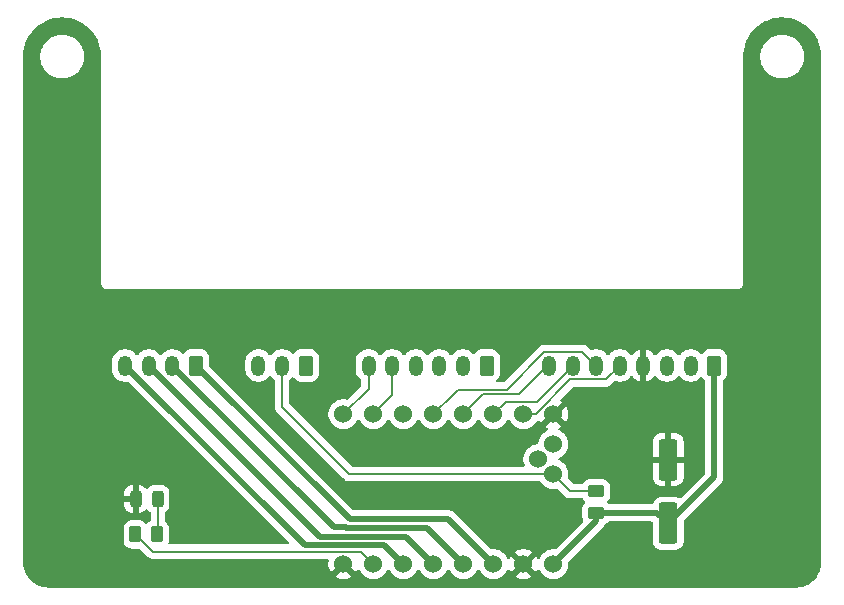
<source format=gbr>
%TF.GenerationSoftware,KiCad,Pcbnew,9.0.7*%
%TF.CreationDate,2026-02-21T16:48:54+00:00*%
%TF.ProjectId,z-axis-addon,7a2d6178-6973-42d6-9164-646f6e2e6b69,A*%
%TF.SameCoordinates,Original*%
%TF.FileFunction,Copper,L1,Top*%
%TF.FilePolarity,Positive*%
%FSLAX46Y46*%
G04 Gerber Fmt 4.6, Leading zero omitted, Abs format (unit mm)*
G04 Created by KiCad (PCBNEW 9.0.7) date 2026-02-21 16:48:54*
%MOMM*%
%LPD*%
G01*
G04 APERTURE LIST*
G04 Aperture macros list*
%AMRoundRect*
0 Rectangle with rounded corners*
0 $1 Rounding radius*
0 $2 $3 $4 $5 $6 $7 $8 $9 X,Y pos of 4 corners*
0 Add a 4 corners polygon primitive as box body*
4,1,4,$2,$3,$4,$5,$6,$7,$8,$9,$2,$3,0*
0 Add four circle primitives for the rounded corners*
1,1,$1+$1,$2,$3*
1,1,$1+$1,$4,$5*
1,1,$1+$1,$6,$7*
1,1,$1+$1,$8,$9*
0 Add four rect primitives between the rounded corners*
20,1,$1+$1,$2,$3,$4,$5,0*
20,1,$1+$1,$4,$5,$6,$7,0*
20,1,$1+$1,$6,$7,$8,$9,0*
20,1,$1+$1,$8,$9,$2,$3,0*%
G04 Aperture macros list end*
%TA.AperFunction,SMDPad,CuDef*%
%ADD10RoundRect,0.250000X-0.262500X-0.450000X0.262500X-0.450000X0.262500X0.450000X-0.262500X0.450000X0*%
%TD*%
%TA.AperFunction,SMDPad,CuDef*%
%ADD11RoundRect,0.243750X-0.243750X-0.456250X0.243750X-0.456250X0.243750X0.456250X-0.243750X0.456250X0*%
%TD*%
%TA.AperFunction,ComponentPad*%
%ADD12RoundRect,0.250000X0.350000X0.625000X-0.350000X0.625000X-0.350000X-0.625000X0.350000X-0.625000X0*%
%TD*%
%TA.AperFunction,ComponentPad*%
%ADD13O,1.200000X1.750000*%
%TD*%
%TA.AperFunction,SMDPad,CuDef*%
%ADD14RoundRect,0.250000X0.550000X-1.500000X0.550000X1.500000X-0.550000X1.500000X-0.550000X-1.500000X0*%
%TD*%
%TA.AperFunction,ComponentPad*%
%ADD15C,1.524000*%
%TD*%
%TA.AperFunction,SMDPad,CuDef*%
%ADD16RoundRect,0.250000X0.450000X-0.262500X0.450000X0.262500X-0.450000X0.262500X-0.450000X-0.262500X0*%
%TD*%
%TA.AperFunction,Conductor*%
%ADD17C,0.200000*%
%TD*%
%TA.AperFunction,Conductor*%
%ADD18C,0.500000*%
%TD*%
G04 APERTURE END LIST*
D10*
%TO.P,R2,1*%
%TO.N,/3v3*%
X162672000Y-133932000D03*
%TO.P,R2,2*%
%TO.N,Net-(D1-A)*%
X164497000Y-133932000D03*
%TD*%
D11*
%TO.P,D1,1,K*%
%TO.N,/GND*%
X162687000Y-130937000D03*
%TO.P,D1,2,A*%
%TO.N,Net-(D1-A)*%
X164562000Y-130937000D03*
%TD*%
D12*
%TO.P,J2,1,Pin_1*%
%TO.N,/Vin*%
X211676000Y-119634000D03*
D13*
%TO.P,J2,2,Pin_2*%
%TO.N,/3v3*%
X209676000Y-119634000D03*
%TO.P,J2,3,Pin_3*%
%TO.N,unconnected-(J2-Pin_3-Pad3)*%
X207676000Y-119634000D03*
%TO.P,J2,4,Pin_4*%
%TO.N,/GND*%
X205676000Y-119634000D03*
%TO.P,J2,5,Pin_5*%
%TO.N,/MOSI*%
X203676000Y-119634000D03*
%TO.P,J2,6,Pin_6*%
%TO.N,/MISO*%
X201676000Y-119634000D03*
%TO.P,J2,7,Pin_7*%
%TO.N,/SCK*%
X199676000Y-119634000D03*
%TO.P,J2,8,Pin_8*%
%TO.N,/CS*%
X197676000Y-119634000D03*
%TD*%
D14*
%TO.P,C1,2*%
%TO.N,/GND*%
X207772000Y-127602000D03*
%TO.P,C1,1*%
%TO.N,/Vin*%
X207772000Y-133002000D03*
%TD*%
D15*
%TO.P,U1,19*%
%TO.N,N/C*%
X196780400Y-127556600D03*
%TO.P,U1,18,DIAG1*%
%TO.N,/STALLGUARD*%
X198050400Y-128826600D03*
%TO.P,U1,17,DIAG0*%
%TO.N,unconnected-(U1-DIAG0-Pad17)*%
X198050400Y-126286600D03*
%TO.P,U1,16,VMOT*%
%TO.N,/Vin*%
X198050400Y-136446600D03*
%TO.P,U1,15,GND*%
%TO.N,/GND*%
X195510400Y-136446600D03*
%TO.P,U1,14,2B*%
%TO.N,/2B*%
X192970400Y-136446600D03*
%TO.P,U1,13,2A*%
%TO.N,/2A*%
X190430400Y-136446600D03*
%TO.P,U1,12,1A*%
%TO.N,/1A*%
X187890400Y-136446600D03*
%TO.P,U1,11,1B*%
%TO.N,/1B*%
X185350400Y-136446600D03*
%TO.P,U1,10,VDD*%
%TO.N,/3v3*%
X182810400Y-136446600D03*
%TO.P,U1,9,GND*%
%TO.N,/GND*%
X180270400Y-136446600D03*
%TO.P,U1,8,DIR*%
%TO.N,/DIR*%
X180270400Y-123746600D03*
%TO.P,U1,7,STEP*%
%TO.N,/STEP*%
X182810400Y-123746600D03*
%TO.P,U1,6,DCO*%
%TO.N,unconnected-(U1-DCO-Pad6)*%
X185350400Y-123746600D03*
%TO.P,U1,5,SDO/CFG0*%
%TO.N,/MISO*%
X187890400Y-123746600D03*
%TO.P,U1,4,CS/CFG3*%
%TO.N,/CS*%
X190430400Y-123746600D03*
%TO.P,U1,3,SCK/CFG2*%
%TO.N,/SCK*%
X192970400Y-123746600D03*
%TO.P,U1,2,SDI/CFG1*%
%TO.N,/MOSI*%
X195510400Y-123746600D03*
%TO.P,U1,1,~{EN}*%
%TO.N,/GND*%
X198050400Y-123746600D03*
%TD*%
D12*
%TO.P,J3,1,Pin_1*%
%TO.N,unconnected-(J3-Pin_1-Pad1)*%
X177085000Y-119634000D03*
D13*
%TO.P,J3,2,Pin_2*%
%TO.N,/STALLGUARD*%
X175085000Y-119634000D03*
%TO.P,J3,3,Pin_3*%
%TO.N,unconnected-(J3-Pin_3-Pad3)*%
X173085000Y-119634000D03*
%TD*%
D12*
%TO.P,J4,1,Pin_1*%
%TO.N,/2B*%
X167798000Y-119634000D03*
D13*
%TO.P,J4,2,Pin_2*%
%TO.N,/2A*%
X165798000Y-119634000D03*
%TO.P,J4,3,Pin_3*%
%TO.N,/1A*%
X163798000Y-119634000D03*
%TO.P,J4,4,Pin_4*%
%TO.N,/1B*%
X161798000Y-119634000D03*
%TD*%
D16*
%TO.P,R1,1*%
%TO.N,/Vin*%
X201676000Y-132080000D03*
%TO.P,R1,2*%
%TO.N,/STALLGUARD*%
X201676000Y-130255000D03*
%TD*%
D12*
%TO.P,J1,1,Pin_1*%
%TO.N,unconnected-(J1-Pin_1-Pad1)*%
X192404000Y-119634000D03*
D13*
%TO.P,J1,2,Pin_2*%
%TO.N,unconnected-(J1-Pin_2-Pad2)*%
X190404000Y-119634000D03*
%TO.P,J1,3,Pin_3*%
%TO.N,unconnected-(J1-Pin_3-Pad3)*%
X188404000Y-119634000D03*
%TO.P,J1,4,Pin_4*%
%TO.N,unconnected-(J1-Pin_4-Pad4)*%
X186404000Y-119634000D03*
%TO.P,J1,5,Pin_5*%
%TO.N,/STEP*%
X184404000Y-119634000D03*
%TO.P,J1,6,Pin_6*%
%TO.N,/DIR*%
X182404000Y-119634000D03*
%TD*%
D17*
%TO.N,/CS*%
X192111000Y-122066000D02*
X190430400Y-123746600D01*
X195110685Y-122066000D02*
X192111000Y-122066000D01*
X197542685Y-119634000D02*
X195110685Y-122066000D01*
X197676000Y-119634000D02*
X197542685Y-119634000D01*
%TO.N,/SCK*%
X196626400Y-122683600D02*
X199676000Y-119634000D01*
X194033400Y-122683600D02*
X196626400Y-122683600D01*
X192970400Y-123746600D02*
X194033400Y-122683600D01*
%TO.N,/MISO*%
X194094794Y-121666000D02*
X197302794Y-118458000D01*
X189971000Y-121666000D02*
X194094794Y-121666000D01*
X189629100Y-122007900D02*
X189971000Y-121666000D01*
X197302794Y-118458000D02*
X200500000Y-118458000D01*
X187890400Y-123746600D02*
X189629100Y-122007900D01*
X200500000Y-118458000D02*
X201676000Y-119634000D01*
%TO.N,/MOSI*%
X199483690Y-120810000D02*
X202500000Y-120810000D01*
X196547090Y-123746600D02*
X199483690Y-120810000D01*
X195510400Y-123746600D02*
X196547090Y-123746600D01*
X202500000Y-120810000D02*
X203676000Y-119634000D01*
%TO.N,/STALLGUARD*%
X180769600Y-128826600D02*
X175085000Y-123142000D01*
X198050400Y-128826600D02*
X180769600Y-128826600D01*
X175085000Y-123142000D02*
X175085000Y-119634000D01*
%TO.N,/STEP*%
X184404000Y-122153000D02*
X182810400Y-123746600D01*
X184404000Y-119634000D02*
X184404000Y-122153000D01*
%TO.N,/DIR*%
X182404000Y-121613000D02*
X180270400Y-123746600D01*
X182404000Y-119634000D02*
X182404000Y-121613000D01*
D18*
%TO.N,/Vin*%
X211676000Y-129098000D02*
X207772000Y-133002000D01*
X211676000Y-119634000D02*
X211676000Y-129098000D01*
%TO.N,/2A*%
X165798000Y-119634000D02*
X179509600Y-133345600D01*
%TO.N,/2B*%
X180811100Y-132647100D02*
X167798000Y-119634000D01*
X189170900Y-132647100D02*
X180811100Y-132647100D01*
X192970400Y-136446600D02*
X189170900Y-132647100D01*
%TO.N,/2A*%
X180519651Y-133345600D02*
X179509600Y-133345600D01*
X180521150Y-133347100D02*
X180519651Y-133345600D01*
X187330900Y-133347100D02*
X180521150Y-133347100D01*
X190430400Y-136446600D02*
X187330900Y-133347100D01*
%TO.N,/1A*%
X178295600Y-134131600D02*
X163798000Y-119634000D01*
X185575400Y-134131600D02*
X178295600Y-134131600D01*
X187890400Y-136446600D02*
X185575400Y-134131600D01*
%TO.N,/1B*%
X176996600Y-134832600D02*
X161798000Y-119634000D01*
X183736400Y-134832600D02*
X176996600Y-134832600D01*
X185350400Y-136446600D02*
X183736400Y-134832600D01*
D17*
%TO.N,/STALLGUARD*%
X199478800Y-130255000D02*
X198050400Y-128826600D01*
X201676000Y-130255000D02*
X199478800Y-130255000D01*
%TO.N,/3v3*%
X164123600Y-135383600D02*
X181747400Y-135383600D01*
X162672000Y-133932000D02*
X164123600Y-135383600D01*
X181747400Y-135383600D02*
X182810400Y-136446600D01*
%TO.N,Net-(D1-A)*%
X164562000Y-133867000D02*
X164497000Y-133932000D01*
X164562000Y-130937000D02*
X164562000Y-133867000D01*
D18*
%TO.N,/Vin*%
X201676000Y-132821000D02*
X198050400Y-136446600D01*
X201676000Y-132080000D02*
X201676000Y-132821000D01*
X206850000Y-132080000D02*
X201676000Y-132080000D01*
X207772000Y-133002000D02*
X206850000Y-132080000D01*
%TD*%
%TA.AperFunction,Conductor*%
%TO.N,/GND*%
G36*
X205926000Y-120983115D02*
G01*
X205933584Y-120981914D01*
X206098255Y-120928408D01*
X206252524Y-120849804D01*
X206392602Y-120748032D01*
X206515036Y-120625598D01*
X206575371Y-120542552D01*
X206630700Y-120499886D01*
X206700313Y-120493905D01*
X206762109Y-120526510D01*
X206776008Y-120542550D01*
X206776318Y-120542976D01*
X206836586Y-120625928D01*
X206959072Y-120748414D01*
X207099212Y-120850232D01*
X207253555Y-120928873D01*
X207418299Y-120982402D01*
X207589389Y-121009500D01*
X207589390Y-121009500D01*
X207762610Y-121009500D01*
X207762611Y-121009500D01*
X207933701Y-120982402D01*
X208098445Y-120928873D01*
X208252788Y-120850232D01*
X208392928Y-120748414D01*
X208515414Y-120625928D01*
X208575682Y-120542975D01*
X208631012Y-120500311D01*
X208700626Y-120494332D01*
X208762421Y-120526938D01*
X208776315Y-120542973D01*
X208836586Y-120625928D01*
X208959072Y-120748414D01*
X209099212Y-120850232D01*
X209253555Y-120928873D01*
X209418299Y-120982402D01*
X209589389Y-121009500D01*
X209589390Y-121009500D01*
X209762610Y-121009500D01*
X209762611Y-121009500D01*
X209933701Y-120982402D01*
X210098445Y-120928873D01*
X210252788Y-120850232D01*
X210392928Y-120748414D01*
X210500472Y-120640869D01*
X210561791Y-120607387D01*
X210631483Y-120612371D01*
X210687417Y-120654242D01*
X210693688Y-120663456D01*
X210733285Y-120727652D01*
X210733288Y-120727656D01*
X210857344Y-120851712D01*
X210866591Y-120857416D01*
X210913318Y-120909360D01*
X210925500Y-120962957D01*
X210925500Y-128735770D01*
X210905815Y-128802809D01*
X210889181Y-128823451D01*
X208867832Y-130844799D01*
X208806509Y-130878284D01*
X208736817Y-130873300D01*
X208715055Y-130862657D01*
X208641340Y-130817189D01*
X208641335Y-130817187D01*
X208641334Y-130817186D01*
X208474797Y-130762001D01*
X208474795Y-130762000D01*
X208372010Y-130751500D01*
X207171998Y-130751500D01*
X207171981Y-130751501D01*
X207069203Y-130762000D01*
X207069200Y-130762001D01*
X206902668Y-130817185D01*
X206902663Y-130817187D01*
X206753342Y-130909289D01*
X206629289Y-131033342D01*
X206537187Y-131182663D01*
X206537186Y-131182666D01*
X206516695Y-131244505D01*
X206476922Y-131301949D01*
X206412406Y-131328772D01*
X206398989Y-131329500D01*
X202750730Y-131329500D01*
X202721289Y-131320855D01*
X202691303Y-131314332D01*
X202686287Y-131310577D01*
X202683691Y-131309815D01*
X202663049Y-131293181D01*
X202625049Y-131255181D01*
X202591564Y-131193858D01*
X202596548Y-131124166D01*
X202625049Y-131079819D01*
X202671526Y-131033342D01*
X202718712Y-130986156D01*
X202810814Y-130836834D01*
X202865999Y-130670297D01*
X202876500Y-130567509D01*
X202876499Y-129942492D01*
X202865999Y-129839703D01*
X202810814Y-129673166D01*
X202718712Y-129523844D01*
X202594656Y-129399788D01*
X202460290Y-129316911D01*
X202445336Y-129307687D01*
X202445331Y-129307685D01*
X202443626Y-129307120D01*
X202278797Y-129252501D01*
X202278795Y-129252500D01*
X202176010Y-129242000D01*
X201175998Y-129242000D01*
X201175980Y-129242001D01*
X201073203Y-129252500D01*
X201073200Y-129252501D01*
X200906668Y-129307685D01*
X200906663Y-129307687D01*
X200757342Y-129399789D01*
X200633289Y-129523842D01*
X200633288Y-129523844D01*
X200600859Y-129576421D01*
X200589031Y-129595597D01*
X200537083Y-129642321D01*
X200483492Y-129654500D01*
X199778898Y-129654500D01*
X199711859Y-129634815D01*
X199691217Y-129618181D01*
X199519821Y-129446785D01*
X199314161Y-129241126D01*
X199280677Y-129179804D01*
X199280976Y-129151986D01*
X206472001Y-129151986D01*
X206482494Y-129254697D01*
X206537641Y-129421119D01*
X206537643Y-129421124D01*
X206629684Y-129570345D01*
X206753654Y-129694315D01*
X206902875Y-129786356D01*
X206902880Y-129786358D01*
X207069302Y-129841505D01*
X207069309Y-129841506D01*
X207172019Y-129851999D01*
X207521999Y-129851999D01*
X208022000Y-129851999D01*
X208371972Y-129851999D01*
X208371986Y-129851998D01*
X208474697Y-129841505D01*
X208641119Y-129786358D01*
X208641124Y-129786356D01*
X208790345Y-129694315D01*
X208914315Y-129570345D01*
X209006356Y-129421124D01*
X209006358Y-129421119D01*
X209061505Y-129254697D01*
X209061506Y-129254690D01*
X209071999Y-129151986D01*
X209072000Y-129151973D01*
X209072000Y-127852000D01*
X208022000Y-127852000D01*
X208022000Y-129851999D01*
X207521999Y-129851999D01*
X207522000Y-129851998D01*
X207522000Y-127852000D01*
X206472001Y-127852000D01*
X206472001Y-129151986D01*
X199280976Y-129151986D01*
X199281243Y-129127078D01*
X199281051Y-129127048D01*
X199281257Y-129125743D01*
X199281271Y-129124491D01*
X199281809Y-129122246D01*
X199281813Y-129122236D01*
X199312900Y-128925961D01*
X199312900Y-128727239D01*
X199281813Y-128530964D01*
X199220405Y-128341968D01*
X199220405Y-128341967D01*
X199157990Y-128219472D01*
X199130187Y-128164906D01*
X199013381Y-128004136D01*
X198872864Y-127863619D01*
X198712094Y-127746813D01*
X198555618Y-127667084D01*
X198504823Y-127619110D01*
X198488028Y-127551289D01*
X198510565Y-127485154D01*
X198555618Y-127446115D01*
X198712094Y-127366387D01*
X198872864Y-127249581D01*
X199013381Y-127109064D01*
X199130187Y-126948294D01*
X199220405Y-126771232D01*
X199281813Y-126582236D01*
X199312900Y-126385961D01*
X199312900Y-126187239D01*
X199291482Y-126052013D01*
X206472000Y-126052013D01*
X206472000Y-127352000D01*
X207522000Y-127352000D01*
X208022000Y-127352000D01*
X209071999Y-127352000D01*
X209071999Y-126052028D01*
X209071998Y-126052013D01*
X209061505Y-125949302D01*
X209006358Y-125782880D01*
X209006356Y-125782875D01*
X208914315Y-125633654D01*
X208790345Y-125509684D01*
X208641124Y-125417643D01*
X208641119Y-125417641D01*
X208474697Y-125362494D01*
X208474690Y-125362493D01*
X208371986Y-125352000D01*
X208022000Y-125352000D01*
X208022000Y-127352000D01*
X207522000Y-127352000D01*
X207522000Y-125352000D01*
X207172028Y-125352000D01*
X207172012Y-125352001D01*
X207069302Y-125362494D01*
X206902880Y-125417641D01*
X206902875Y-125417643D01*
X206753654Y-125509684D01*
X206629684Y-125633654D01*
X206537643Y-125782875D01*
X206537641Y-125782880D01*
X206482494Y-125949302D01*
X206482493Y-125949309D01*
X206472000Y-126052013D01*
X199291482Y-126052013D01*
X199281813Y-125990964D01*
X199220405Y-125801968D01*
X199220405Y-125801967D01*
X199130186Y-125624905D01*
X199046473Y-125509684D01*
X199013381Y-125464136D01*
X198872864Y-125323619D01*
X198712094Y-125206813D01*
X198555067Y-125126803D01*
X198504272Y-125078829D01*
X198487477Y-125011008D01*
X198510014Y-124944873D01*
X198555069Y-124905834D01*
X198711822Y-124825964D01*
X198749116Y-124798868D01*
X198077848Y-124127600D01*
X198100560Y-124127600D01*
X198197461Y-124101636D01*
X198284340Y-124051476D01*
X198355276Y-123980540D01*
X198405436Y-123893661D01*
X198431400Y-123796760D01*
X198431400Y-123774047D01*
X199102668Y-124445315D01*
X199129762Y-124408025D01*
X199219942Y-124231037D01*
X199281324Y-124042123D01*
X199281324Y-124042120D01*
X199312400Y-123845921D01*
X199312400Y-123647278D01*
X199281324Y-123451079D01*
X199281324Y-123451076D01*
X199219942Y-123262162D01*
X199129758Y-123085167D01*
X199102668Y-123047883D01*
X198431400Y-123719151D01*
X198431400Y-123696440D01*
X198405436Y-123599539D01*
X198355276Y-123512660D01*
X198284340Y-123441724D01*
X198197461Y-123391564D01*
X198100560Y-123365600D01*
X198077846Y-123365600D01*
X198749115Y-122694330D01*
X198711832Y-122667241D01*
X198707461Y-122665014D01*
X198656665Y-122617039D01*
X198639870Y-122549218D01*
X198662407Y-122483083D01*
X198676063Y-122466862D01*
X199696107Y-121446819D01*
X199757430Y-121413334D01*
X199783788Y-121410500D01*
X202413331Y-121410500D01*
X202413347Y-121410501D01*
X202420943Y-121410501D01*
X202579054Y-121410501D01*
X202579057Y-121410501D01*
X202731785Y-121369577D01*
X202781904Y-121340639D01*
X202868716Y-121290520D01*
X202980520Y-121178716D01*
X202980520Y-121178714D01*
X202990728Y-121168507D01*
X202990730Y-121168504D01*
X203182319Y-120976914D01*
X203243640Y-120943431D01*
X203308315Y-120946665D01*
X203418299Y-120982402D01*
X203589389Y-121009500D01*
X203589390Y-121009500D01*
X203762610Y-121009500D01*
X203762611Y-121009500D01*
X203933701Y-120982402D01*
X204098445Y-120928873D01*
X204252788Y-120850232D01*
X204392928Y-120748414D01*
X204515414Y-120625928D01*
X204575991Y-120542550D01*
X204631321Y-120499885D01*
X204700934Y-120493906D01*
X204762729Y-120526512D01*
X204776628Y-120542551D01*
X204836967Y-120625602D01*
X204959397Y-120748032D01*
X205099475Y-120849804D01*
X205253744Y-120928408D01*
X205418415Y-120981914D01*
X205418414Y-120981914D01*
X205425999Y-120983115D01*
X205426000Y-120983114D01*
X205426000Y-119914330D01*
X205445745Y-119934075D01*
X205531255Y-119983444D01*
X205626630Y-120009000D01*
X205725370Y-120009000D01*
X205820745Y-119983444D01*
X205906255Y-119934075D01*
X205926000Y-119914330D01*
X205926000Y-120983115D01*
G37*
%TD.AperFunction*%
%TA.AperFunction,Conductor*%
G36*
X156803450Y-90180290D02*
G01*
X156816358Y-90181647D01*
X157145677Y-90233806D01*
X157158342Y-90236497D01*
X157480422Y-90322798D01*
X157492749Y-90326803D01*
X157804038Y-90446296D01*
X157815873Y-90451565D01*
X158112976Y-90602947D01*
X158124191Y-90609423D01*
X158403832Y-90791023D01*
X158414313Y-90798638D01*
X158471455Y-90844910D01*
X158673441Y-91008475D01*
X158683086Y-91017160D01*
X158918839Y-91252913D01*
X158927524Y-91262558D01*
X159137359Y-91521683D01*
X159144978Y-91532171D01*
X159326573Y-91811802D01*
X159333055Y-91823029D01*
X159462834Y-92077733D01*
X159484429Y-92120115D01*
X159489708Y-92131972D01*
X159609193Y-92443241D01*
X159613204Y-92455586D01*
X159699498Y-92777642D01*
X159702196Y-92790337D01*
X159754352Y-93119641D01*
X159755709Y-93132549D01*
X159773330Y-93468756D01*
X159773500Y-93475246D01*
X159773500Y-112714891D01*
X159807608Y-112842187D01*
X159840554Y-112899250D01*
X159873500Y-112956314D01*
X159966686Y-113049500D01*
X160080814Y-113115392D01*
X160208108Y-113149500D01*
X160208110Y-113149500D01*
X213682005Y-113149500D01*
X213682007Y-113149500D01*
X213809301Y-113115392D01*
X213923429Y-113049500D01*
X214016615Y-112956314D01*
X214082507Y-112842186D01*
X214116615Y-112714892D01*
X214116615Y-107884108D01*
X214116616Y-103566038D01*
X214116615Y-103566037D01*
X214116615Y-93656358D01*
X214118533Y-93648111D01*
X214116615Y-93590593D01*
X214116615Y-93569324D01*
X214116639Y-93566895D01*
X214118435Y-93475246D01*
X214120875Y-93350711D01*
X215573500Y-93350711D01*
X215573500Y-93593288D01*
X215605161Y-93833785D01*
X215667947Y-94068104D01*
X215760773Y-94292205D01*
X215760776Y-94292212D01*
X215882064Y-94502289D01*
X215882066Y-94502292D01*
X215882067Y-94502293D01*
X216029733Y-94694736D01*
X216029739Y-94694743D01*
X216201256Y-94866260D01*
X216201262Y-94866265D01*
X216393711Y-95013936D01*
X216603788Y-95135224D01*
X216827900Y-95228054D01*
X217062211Y-95290838D01*
X217242586Y-95314584D01*
X217302711Y-95322500D01*
X217302712Y-95322500D01*
X217545289Y-95322500D01*
X217593388Y-95316167D01*
X217785789Y-95290838D01*
X218020100Y-95228054D01*
X218244212Y-95135224D01*
X218454289Y-95013936D01*
X218646738Y-94866265D01*
X218818265Y-94694738D01*
X218965936Y-94502289D01*
X219087224Y-94292212D01*
X219180054Y-94068100D01*
X219242838Y-93833789D01*
X219274500Y-93593288D01*
X219274500Y-93350712D01*
X219242838Y-93110211D01*
X219180054Y-92875900D01*
X219087224Y-92651788D01*
X218965936Y-92441711D01*
X218818265Y-92249262D01*
X218818260Y-92249256D01*
X218646743Y-92077739D01*
X218646736Y-92077733D01*
X218454293Y-91930067D01*
X218454292Y-91930066D01*
X218454289Y-91930064D01*
X218268909Y-91823035D01*
X218244214Y-91808777D01*
X218244205Y-91808773D01*
X218020104Y-91715947D01*
X217785785Y-91653161D01*
X217545289Y-91621500D01*
X217545288Y-91621500D01*
X217302712Y-91621500D01*
X217302711Y-91621500D01*
X217062214Y-91653161D01*
X216827895Y-91715947D01*
X216603794Y-91808773D01*
X216603785Y-91808777D01*
X216393706Y-91930067D01*
X216201263Y-92077733D01*
X216201256Y-92077739D01*
X216029739Y-92249256D01*
X216029733Y-92249263D01*
X215882067Y-92441706D01*
X215760777Y-92651785D01*
X215760773Y-92651794D01*
X215667947Y-92875895D01*
X215605161Y-93110214D01*
X215573500Y-93350711D01*
X214120875Y-93350711D01*
X214123068Y-93238803D01*
X214124018Y-93225727D01*
X214166170Y-92891412D01*
X214168494Y-92878524D01*
X214245726Y-92550531D01*
X214249401Y-92537949D01*
X214280467Y-92449308D01*
X214360844Y-92219958D01*
X214365830Y-92207830D01*
X214404691Y-92125905D01*
X214510242Y-91903385D01*
X214516471Y-91891869D01*
X214692238Y-91604377D01*
X214699659Y-91593570D01*
X214904807Y-91326259D01*
X214913316Y-91316309D01*
X215145566Y-91072151D01*
X215155075Y-91063159D01*
X215411813Y-90844902D01*
X215422225Y-90836960D01*
X215700580Y-90647047D01*
X215711777Y-90640248D01*
X215815054Y-90584776D01*
X216008623Y-90480805D01*
X216020475Y-90475225D01*
X216332520Y-90348027D01*
X216344900Y-90343729D01*
X216668614Y-90250210D01*
X216681374Y-90247245D01*
X217013173Y-90188442D01*
X217026162Y-90186842D01*
X217362324Y-90163415D01*
X217375423Y-90163198D01*
X217712163Y-90175413D01*
X217725222Y-90176580D01*
X218058767Y-90224293D01*
X218071630Y-90226833D01*
X218398300Y-90309520D01*
X218410792Y-90313396D01*
X218726906Y-90430131D01*
X218738927Y-90435307D01*
X219040936Y-90584779D01*
X219052358Y-90591206D01*
X219336870Y-90771731D01*
X219347550Y-90779328D01*
X219611407Y-90988901D01*
X219621226Y-90997586D01*
X219861468Y-91233859D01*
X219870317Y-91243535D01*
X219938309Y-91326269D01*
X220084244Y-91503847D01*
X220092025Y-91514407D01*
X220277267Y-91795876D01*
X220283887Y-91807197D01*
X220435286Y-92100697D01*
X220438358Y-92106651D01*
X220443740Y-92118597D01*
X220565717Y-92432702D01*
X220569811Y-92445163D01*
X220657923Y-92770384D01*
X220660679Y-92783208D01*
X220713945Y-93115928D01*
X220715330Y-93128971D01*
X220733325Y-93468713D01*
X220733499Y-93475272D01*
X220733500Y-103439108D01*
X220733500Y-136267249D01*
X220733274Y-136274736D01*
X220718156Y-136524656D01*
X220716351Y-136539521D01*
X220671895Y-136782105D01*
X220668311Y-136796643D01*
X220594941Y-137032098D01*
X220589634Y-137046092D01*
X220488420Y-137270978D01*
X220481462Y-137284235D01*
X220353875Y-137495292D01*
X220345369Y-137507616D01*
X220193272Y-137701753D01*
X220183342Y-137712961D01*
X220008961Y-137887342D01*
X219997753Y-137897272D01*
X219803616Y-138049369D01*
X219791292Y-138057875D01*
X219580235Y-138185462D01*
X219566978Y-138192420D01*
X219342092Y-138293634D01*
X219328098Y-138298941D01*
X219094684Y-138371675D01*
X219092643Y-138372312D01*
X219078105Y-138375895D01*
X218835521Y-138420351D01*
X218820656Y-138422156D01*
X218570736Y-138437274D01*
X218563249Y-138437500D01*
X155324751Y-138437500D01*
X155317264Y-138437274D01*
X155067343Y-138422156D01*
X155052478Y-138420351D01*
X154809894Y-138375895D01*
X154795360Y-138372313D01*
X154559896Y-138298940D01*
X154545911Y-138293635D01*
X154414588Y-138234531D01*
X154321021Y-138192420D01*
X154307764Y-138185462D01*
X154096707Y-138057875D01*
X154084383Y-138049369D01*
X153890246Y-137897272D01*
X153879038Y-137887342D01*
X153704657Y-137712961D01*
X153694727Y-137701753D01*
X153675745Y-137677524D01*
X153542626Y-137507610D01*
X153534124Y-137495292D01*
X153406537Y-137284235D01*
X153399579Y-137270978D01*
X153298360Y-137046079D01*
X153293062Y-137032113D01*
X153219683Y-136796627D01*
X153216104Y-136782105D01*
X153171648Y-136539521D01*
X153169843Y-136524656D01*
X153154726Y-136274736D01*
X153154500Y-136267249D01*
X153154500Y-131442815D01*
X161699500Y-131442815D01*
X161709907Y-131544673D01*
X161764594Y-131709709D01*
X161764596Y-131709714D01*
X161855870Y-131857691D01*
X161978808Y-131980629D01*
X162126785Y-132071903D01*
X162126790Y-132071905D01*
X162291826Y-132126592D01*
X162393684Y-132136999D01*
X162393697Y-132137000D01*
X162437000Y-132137000D01*
X162437000Y-131187000D01*
X161699500Y-131187000D01*
X161699500Y-131442815D01*
X153154500Y-131442815D01*
X153154500Y-130431184D01*
X161699500Y-130431184D01*
X161699500Y-130687000D01*
X162437000Y-130687000D01*
X162437000Y-129737000D01*
X162393684Y-129737000D01*
X162291826Y-129747407D01*
X162126790Y-129802094D01*
X162126785Y-129802096D01*
X161978808Y-129893370D01*
X161855870Y-130016308D01*
X161764596Y-130164285D01*
X161764594Y-130164290D01*
X161709907Y-130329326D01*
X161699500Y-130431184D01*
X153154500Y-130431184D01*
X153154500Y-119272389D01*
X160697500Y-119272389D01*
X160697500Y-119995611D01*
X160724598Y-120166701D01*
X160778127Y-120331445D01*
X160856768Y-120485788D01*
X160958586Y-120625928D01*
X161081072Y-120748414D01*
X161221212Y-120850232D01*
X161375555Y-120928873D01*
X161540299Y-120982402D01*
X161711389Y-121009500D01*
X161711390Y-121009500D01*
X161884610Y-121009500D01*
X161884611Y-121009500D01*
X162018620Y-120988275D01*
X162087914Y-120997230D01*
X162125699Y-121023067D01*
X168966253Y-127863621D01*
X175674052Y-134571419D01*
X175707537Y-134632742D01*
X175702553Y-134702434D01*
X175660681Y-134758367D01*
X175595217Y-134782784D01*
X175586371Y-134783100D01*
X165588939Y-134783100D01*
X165521900Y-134763415D01*
X165476145Y-134710611D01*
X165466201Y-134641453D01*
X165471231Y-134620102D01*
X165499499Y-134534797D01*
X165510000Y-134432009D01*
X165509999Y-133431992D01*
X165509012Y-133422333D01*
X165499499Y-133329203D01*
X165499498Y-133329200D01*
X165489629Y-133299418D01*
X165444314Y-133162666D01*
X165352212Y-133013344D01*
X165228156Y-132889288D01*
X165228155Y-132889287D01*
X165221402Y-132885122D01*
X165174678Y-132833173D01*
X165162500Y-132779584D01*
X165162500Y-132116849D01*
X165182185Y-132049810D01*
X165221402Y-132011311D01*
X165270503Y-131981026D01*
X165393526Y-131858003D01*
X165484862Y-131709925D01*
X165539587Y-131544775D01*
X165550000Y-131442848D01*
X165550000Y-130431152D01*
X165539587Y-130329225D01*
X165484862Y-130164075D01*
X165484858Y-130164069D01*
X165484857Y-130164066D01*
X165393528Y-130016000D01*
X165393525Y-130015996D01*
X165270503Y-129892974D01*
X165270499Y-129892971D01*
X165122433Y-129801642D01*
X165122427Y-129801639D01*
X165122425Y-129801638D01*
X165076307Y-129786356D01*
X164957276Y-129746913D01*
X164855355Y-129736500D01*
X164855348Y-129736500D01*
X164268652Y-129736500D01*
X164268644Y-129736500D01*
X164166723Y-129746913D01*
X164001577Y-129801637D01*
X164001566Y-129801642D01*
X163853500Y-129892971D01*
X163853496Y-129892974D01*
X163730474Y-130015996D01*
X163730467Y-130016005D01*
X163729734Y-130017194D01*
X163729019Y-130017836D01*
X163725993Y-130021664D01*
X163725338Y-130021146D01*
X163677780Y-130063911D01*
X163608816Y-130075123D01*
X163544738Y-130047271D01*
X163522738Y-130021877D01*
X163522612Y-130021977D01*
X163520385Y-130019161D01*
X163518663Y-130017173D01*
X163518130Y-130016309D01*
X163395191Y-129893370D01*
X163247214Y-129802096D01*
X163247209Y-129802094D01*
X163082173Y-129747407D01*
X162980315Y-129737000D01*
X162937000Y-129737000D01*
X162937000Y-132137000D01*
X162980303Y-132137000D01*
X162980315Y-132136999D01*
X163082173Y-132126592D01*
X163247209Y-132071905D01*
X163247214Y-132071903D01*
X163395191Y-131980629D01*
X163518128Y-131857692D01*
X163518659Y-131856832D01*
X163519180Y-131856363D01*
X163522612Y-131852023D01*
X163523353Y-131852608D01*
X163570601Y-131810102D01*
X163639563Y-131798872D01*
X163703648Y-131826708D01*
X163725913Y-131852398D01*
X163725993Y-131852336D01*
X163727390Y-131854103D01*
X163729738Y-131856812D01*
X163730468Y-131857995D01*
X163730474Y-131858003D01*
X163853497Y-131981026D01*
X163902597Y-132011311D01*
X163949321Y-132063257D01*
X163961500Y-132116849D01*
X163961500Y-132699400D01*
X163941815Y-132766439D01*
X163902598Y-132804937D01*
X163819305Y-132856313D01*
X163765842Y-132889289D01*
X163672181Y-132982951D01*
X163610858Y-133016436D01*
X163541166Y-133011452D01*
X163496819Y-132982951D01*
X163403157Y-132889289D01*
X163403156Y-132889288D01*
X163253834Y-132797186D01*
X163087297Y-132742001D01*
X163087295Y-132742000D01*
X162984510Y-132731500D01*
X162359498Y-132731500D01*
X162359480Y-132731501D01*
X162256703Y-132742000D01*
X162256700Y-132742001D01*
X162090168Y-132797185D01*
X162090163Y-132797187D01*
X161940842Y-132889289D01*
X161816789Y-133013342D01*
X161724687Y-133162663D01*
X161724685Y-133162668D01*
X161705385Y-133220911D01*
X161669501Y-133329203D01*
X161669501Y-133329204D01*
X161669500Y-133329204D01*
X161659000Y-133431983D01*
X161659000Y-134432001D01*
X161659001Y-134432019D01*
X161669500Y-134534796D01*
X161669501Y-134534799D01*
X161675207Y-134552018D01*
X161724686Y-134701334D01*
X161816788Y-134850656D01*
X161940844Y-134974712D01*
X162090166Y-135066814D01*
X162256703Y-135121999D01*
X162359491Y-135132500D01*
X162971902Y-135132499D01*
X163038941Y-135152183D01*
X163059583Y-135168818D01*
X163638739Y-135747974D01*
X163638749Y-135747985D01*
X163643079Y-135752315D01*
X163643080Y-135752316D01*
X163754884Y-135864120D01*
X163754886Y-135864121D01*
X163754890Y-135864124D01*
X163891809Y-135943173D01*
X163891816Y-135943177D01*
X163985144Y-135968184D01*
X164044542Y-135984100D01*
X164044543Y-135984100D01*
X178923059Y-135984100D01*
X178990098Y-136003785D01*
X179035853Y-136056589D01*
X179045797Y-136125747D01*
X179040989Y-136146421D01*
X179039474Y-136151080D01*
X179008400Y-136347278D01*
X179008400Y-136545921D01*
X179039475Y-136742120D01*
X179039475Y-136742123D01*
X179100857Y-136931037D01*
X179191041Y-137108032D01*
X179218130Y-137145315D01*
X179889400Y-136474045D01*
X179889400Y-136496760D01*
X179915364Y-136593661D01*
X179965524Y-136680540D01*
X180036460Y-136751476D01*
X180123339Y-136801636D01*
X180220240Y-136827600D01*
X180242953Y-136827600D01*
X179571683Y-137498868D01*
X179571683Y-137498869D01*
X179608967Y-137525958D01*
X179785962Y-137616142D01*
X179974877Y-137677524D01*
X180171079Y-137708600D01*
X180369721Y-137708600D01*
X180565920Y-137677524D01*
X180565923Y-137677524D01*
X180754837Y-137616142D01*
X180931825Y-137525962D01*
X180969116Y-137498868D01*
X180297848Y-136827600D01*
X180320560Y-136827600D01*
X180417461Y-136801636D01*
X180504340Y-136751476D01*
X180575276Y-136680540D01*
X180625436Y-136593661D01*
X180651400Y-136496760D01*
X180651400Y-136474047D01*
X181322668Y-137145315D01*
X181349764Y-137108022D01*
X181429634Y-136951269D01*
X181477608Y-136900472D01*
X181545429Y-136883677D01*
X181611564Y-136906214D01*
X181650603Y-136951267D01*
X181730613Y-137108294D01*
X181847419Y-137269064D01*
X181987936Y-137409581D01*
X182148706Y-137526387D01*
X182235549Y-137570635D01*
X182325767Y-137616605D01*
X182325770Y-137616606D01*
X182420266Y-137647309D01*
X182514764Y-137678013D01*
X182711039Y-137709100D01*
X182711040Y-137709100D01*
X182909760Y-137709100D01*
X182909761Y-137709100D01*
X183106036Y-137678013D01*
X183295032Y-137616605D01*
X183472094Y-137526387D01*
X183632864Y-137409581D01*
X183773381Y-137269064D01*
X183890187Y-137108294D01*
X183969915Y-136951818D01*
X184017890Y-136901023D01*
X184085711Y-136884228D01*
X184151846Y-136906765D01*
X184190884Y-136951818D01*
X184270613Y-137108294D01*
X184387419Y-137269064D01*
X184527936Y-137409581D01*
X184688706Y-137526387D01*
X184775549Y-137570635D01*
X184865767Y-137616605D01*
X184865770Y-137616606D01*
X184960266Y-137647309D01*
X185054764Y-137678013D01*
X185251039Y-137709100D01*
X185251040Y-137709100D01*
X185449760Y-137709100D01*
X185449761Y-137709100D01*
X185646036Y-137678013D01*
X185835032Y-137616605D01*
X186012094Y-137526387D01*
X186172864Y-137409581D01*
X186313381Y-137269064D01*
X186430187Y-137108294D01*
X186509915Y-136951818D01*
X186557890Y-136901023D01*
X186625711Y-136884228D01*
X186691846Y-136906765D01*
X186730884Y-136951818D01*
X186810613Y-137108294D01*
X186927419Y-137269064D01*
X187067936Y-137409581D01*
X187228706Y-137526387D01*
X187315549Y-137570635D01*
X187405767Y-137616605D01*
X187405770Y-137616606D01*
X187500266Y-137647309D01*
X187594764Y-137678013D01*
X187791039Y-137709100D01*
X187791040Y-137709100D01*
X187989760Y-137709100D01*
X187989761Y-137709100D01*
X188186036Y-137678013D01*
X188375032Y-137616605D01*
X188552094Y-137526387D01*
X188712864Y-137409581D01*
X188853381Y-137269064D01*
X188970187Y-137108294D01*
X189049915Y-136951818D01*
X189097890Y-136901023D01*
X189165711Y-136884228D01*
X189231846Y-136906765D01*
X189270884Y-136951818D01*
X189350613Y-137108294D01*
X189467419Y-137269064D01*
X189607936Y-137409581D01*
X189768706Y-137526387D01*
X189855549Y-137570635D01*
X189945767Y-137616605D01*
X189945770Y-137616606D01*
X190040266Y-137647309D01*
X190134764Y-137678013D01*
X190331039Y-137709100D01*
X190331040Y-137709100D01*
X190529760Y-137709100D01*
X190529761Y-137709100D01*
X190726036Y-137678013D01*
X190915032Y-137616605D01*
X191092094Y-137526387D01*
X191252864Y-137409581D01*
X191393381Y-137269064D01*
X191510187Y-137108294D01*
X191589915Y-136951818D01*
X191637890Y-136901023D01*
X191705711Y-136884228D01*
X191771846Y-136906765D01*
X191810884Y-136951818D01*
X191890613Y-137108294D01*
X192007419Y-137269064D01*
X192147936Y-137409581D01*
X192308706Y-137526387D01*
X192395549Y-137570635D01*
X192485767Y-137616605D01*
X192485770Y-137616606D01*
X192580266Y-137647309D01*
X192674764Y-137678013D01*
X192871039Y-137709100D01*
X192871040Y-137709100D01*
X193069760Y-137709100D01*
X193069761Y-137709100D01*
X193266036Y-137678013D01*
X193455032Y-137616605D01*
X193632094Y-137526387D01*
X193792864Y-137409581D01*
X193933381Y-137269064D01*
X194050187Y-137108294D01*
X194130196Y-136951267D01*
X194178169Y-136900472D01*
X194245990Y-136883677D01*
X194312125Y-136906214D01*
X194351165Y-136951268D01*
X194431041Y-137108032D01*
X194458130Y-137145315D01*
X194458131Y-137145316D01*
X195129400Y-136474047D01*
X195129400Y-136496760D01*
X195155364Y-136593661D01*
X195205524Y-136680540D01*
X195276460Y-136751476D01*
X195363339Y-136801636D01*
X195460240Y-136827600D01*
X195482953Y-136827600D01*
X194811683Y-137498868D01*
X194811683Y-137498869D01*
X194848967Y-137525958D01*
X195025962Y-137616142D01*
X195214877Y-137677524D01*
X195411079Y-137708600D01*
X195609721Y-137708600D01*
X195805920Y-137677524D01*
X195805923Y-137677524D01*
X195994837Y-137616142D01*
X196171825Y-137525962D01*
X196209116Y-137498868D01*
X195537848Y-136827600D01*
X195560560Y-136827600D01*
X195657461Y-136801636D01*
X195744340Y-136751476D01*
X195815276Y-136680540D01*
X195865436Y-136593661D01*
X195891400Y-136496760D01*
X195891400Y-136474047D01*
X196562668Y-137145315D01*
X196589764Y-137108022D01*
X196669634Y-136951269D01*
X196717608Y-136900472D01*
X196785429Y-136883677D01*
X196851564Y-136906214D01*
X196890603Y-136951267D01*
X196970613Y-137108294D01*
X197087419Y-137269064D01*
X197227936Y-137409581D01*
X197388706Y-137526387D01*
X197475549Y-137570635D01*
X197565767Y-137616605D01*
X197565770Y-137616606D01*
X197660266Y-137647309D01*
X197754764Y-137678013D01*
X197951039Y-137709100D01*
X197951040Y-137709100D01*
X198149760Y-137709100D01*
X198149761Y-137709100D01*
X198346036Y-137678013D01*
X198535032Y-137616605D01*
X198712094Y-137526387D01*
X198872864Y-137409581D01*
X199013381Y-137269064D01*
X199130187Y-137108294D01*
X199220405Y-136931232D01*
X199281813Y-136742236D01*
X199312900Y-136545961D01*
X199312900Y-136347239D01*
X199308868Y-136321785D01*
X199317822Y-136252493D01*
X199343657Y-136214709D01*
X202258952Y-133299416D01*
X202311406Y-133220912D01*
X202341084Y-133176495D01*
X202374413Y-133096030D01*
X202418254Y-133041627D01*
X202439169Y-133031176D01*
X202438791Y-133030364D01*
X202445326Y-133027316D01*
X202445334Y-133027314D01*
X202594656Y-132935212D01*
X202663049Y-132866819D01*
X202724372Y-132833334D01*
X202750730Y-132830500D01*
X206347500Y-132830500D01*
X206414539Y-132850185D01*
X206460294Y-132902989D01*
X206471500Y-132954500D01*
X206471500Y-134552001D01*
X206471501Y-134552018D01*
X206482000Y-134654796D01*
X206482001Y-134654799D01*
X206524412Y-134782784D01*
X206537186Y-134821334D01*
X206629288Y-134970656D01*
X206753344Y-135094712D01*
X206902666Y-135186814D01*
X207069203Y-135241999D01*
X207171991Y-135252500D01*
X208372008Y-135252499D01*
X208474797Y-135241999D01*
X208641334Y-135186814D01*
X208790656Y-135094712D01*
X208914712Y-134970656D01*
X209006814Y-134821334D01*
X209061999Y-134654797D01*
X209072500Y-134552009D01*
X209072499Y-132814228D01*
X209092184Y-132747190D01*
X209108813Y-132726553D01*
X212258952Y-129576416D01*
X212317832Y-129488294D01*
X212341084Y-129453495D01*
X212368968Y-129386176D01*
X212397659Y-129316912D01*
X212426500Y-129171917D01*
X212426500Y-129024082D01*
X212426500Y-120962957D01*
X212446185Y-120895918D01*
X212485407Y-120857416D01*
X212494656Y-120851712D01*
X212618712Y-120727656D01*
X212710814Y-120578334D01*
X212765999Y-120411797D01*
X212776500Y-120309009D01*
X212776499Y-118958992D01*
X212765999Y-118856203D01*
X212710814Y-118689666D01*
X212618712Y-118540344D01*
X212494656Y-118416288D01*
X212369559Y-118339128D01*
X212345336Y-118324187D01*
X212345331Y-118324185D01*
X212336724Y-118321333D01*
X212178797Y-118269001D01*
X212178795Y-118269000D01*
X212076010Y-118258500D01*
X211275998Y-118258500D01*
X211275980Y-118258501D01*
X211173203Y-118269000D01*
X211173200Y-118269001D01*
X211006668Y-118324185D01*
X211006663Y-118324187D01*
X210857342Y-118416289D01*
X210733287Y-118540344D01*
X210693688Y-118604544D01*
X210641739Y-118651268D01*
X210572777Y-118662489D01*
X210508695Y-118634645D01*
X210500469Y-118627127D01*
X210392930Y-118519588D01*
X210392928Y-118519586D01*
X210252788Y-118417768D01*
X210098445Y-118339127D01*
X209933701Y-118285598D01*
X209933699Y-118285597D01*
X209933698Y-118285597D01*
X209802271Y-118264781D01*
X209762611Y-118258500D01*
X209589389Y-118258500D01*
X209549728Y-118264781D01*
X209418302Y-118285597D01*
X209253552Y-118339128D01*
X209099211Y-118417768D01*
X209019256Y-118475859D01*
X208959072Y-118519586D01*
X208959070Y-118519588D01*
X208959069Y-118519588D01*
X208836588Y-118642069D01*
X208836581Y-118642078D01*
X208776317Y-118725023D01*
X208720987Y-118767689D01*
X208651374Y-118773667D01*
X208589579Y-118741061D01*
X208575683Y-118725023D01*
X208515653Y-118642401D01*
X208515414Y-118642072D01*
X208392928Y-118519586D01*
X208252788Y-118417768D01*
X208098445Y-118339127D01*
X207933701Y-118285598D01*
X207933699Y-118285597D01*
X207933698Y-118285597D01*
X207802271Y-118264781D01*
X207762611Y-118258500D01*
X207589389Y-118258500D01*
X207549728Y-118264781D01*
X207418302Y-118285597D01*
X207253552Y-118339128D01*
X207099211Y-118417768D01*
X207019256Y-118475859D01*
X206959072Y-118519586D01*
X206959070Y-118519588D01*
X206959069Y-118519588D01*
X206836585Y-118642072D01*
X206776007Y-118725450D01*
X206720677Y-118768115D01*
X206651063Y-118774093D01*
X206589269Y-118741486D01*
X206575371Y-118725447D01*
X206515036Y-118642401D01*
X206392602Y-118519967D01*
X206252524Y-118418195D01*
X206098257Y-118339591D01*
X205933589Y-118286087D01*
X205933581Y-118286085D01*
X205926000Y-118284884D01*
X205926000Y-119353670D01*
X205906255Y-119333925D01*
X205820745Y-119284556D01*
X205725370Y-119259000D01*
X205626630Y-119259000D01*
X205531255Y-119284556D01*
X205445745Y-119333925D01*
X205426000Y-119353670D01*
X205426000Y-118284884D01*
X205425999Y-118284884D01*
X205418418Y-118286085D01*
X205418410Y-118286087D01*
X205253742Y-118339591D01*
X205099475Y-118418195D01*
X204959397Y-118519967D01*
X204836965Y-118642399D01*
X204836961Y-118642404D01*
X204776627Y-118725448D01*
X204721297Y-118768114D01*
X204651684Y-118774093D01*
X204589889Y-118741488D01*
X204575991Y-118725449D01*
X204575990Y-118725447D01*
X204515414Y-118642072D01*
X204392928Y-118519586D01*
X204252788Y-118417768D01*
X204098445Y-118339127D01*
X203933701Y-118285598D01*
X203933699Y-118285597D01*
X203933698Y-118285597D01*
X203802271Y-118264781D01*
X203762611Y-118258500D01*
X203589389Y-118258500D01*
X203549728Y-118264781D01*
X203418302Y-118285597D01*
X203253552Y-118339128D01*
X203099211Y-118417768D01*
X203019256Y-118475859D01*
X202959072Y-118519586D01*
X202959070Y-118519588D01*
X202959069Y-118519588D01*
X202836588Y-118642069D01*
X202836581Y-118642078D01*
X202776317Y-118725023D01*
X202720987Y-118767689D01*
X202651374Y-118773667D01*
X202589579Y-118741061D01*
X202575683Y-118725023D01*
X202515653Y-118642401D01*
X202515414Y-118642072D01*
X202392928Y-118519586D01*
X202252788Y-118417768D01*
X202098445Y-118339127D01*
X201933701Y-118285598D01*
X201933699Y-118285597D01*
X201933698Y-118285597D01*
X201802271Y-118264781D01*
X201762611Y-118258500D01*
X201589389Y-118258500D01*
X201557192Y-118263599D01*
X201418301Y-118285597D01*
X201418297Y-118285598D01*
X201308316Y-118321333D01*
X201238475Y-118323328D01*
X201182318Y-118291083D01*
X200987590Y-118096355D01*
X200987588Y-118096352D01*
X200868717Y-117977481D01*
X200868716Y-117977480D01*
X200781904Y-117927360D01*
X200781904Y-117927359D01*
X200781900Y-117927358D01*
X200731785Y-117898423D01*
X200579057Y-117857499D01*
X200420943Y-117857499D01*
X200413347Y-117857499D01*
X200413331Y-117857500D01*
X197381851Y-117857500D01*
X197223737Y-117857500D01*
X197071009Y-117898423D01*
X197071008Y-117898423D01*
X197071006Y-117898424D01*
X197071003Y-117898425D01*
X197020890Y-117927359D01*
X197020889Y-117927360D01*
X196977483Y-117952420D01*
X196934079Y-117977479D01*
X196934076Y-117977481D01*
X196822272Y-118089286D01*
X193882378Y-121029181D01*
X193821055Y-121062666D01*
X193794697Y-121065500D01*
X193308230Y-121065500D01*
X193241191Y-121045815D01*
X193195436Y-120993011D01*
X193185492Y-120923853D01*
X193214517Y-120860297D01*
X193220549Y-120853819D01*
X193278503Y-120795865D01*
X193346712Y-120727656D01*
X193438814Y-120578334D01*
X193493999Y-120411797D01*
X193504500Y-120309009D01*
X193504499Y-118958992D01*
X193493999Y-118856203D01*
X193438814Y-118689666D01*
X193346712Y-118540344D01*
X193222656Y-118416288D01*
X193097559Y-118339128D01*
X193073336Y-118324187D01*
X193073331Y-118324185D01*
X193064724Y-118321333D01*
X192906797Y-118269001D01*
X192906795Y-118269000D01*
X192804010Y-118258500D01*
X192003998Y-118258500D01*
X192003980Y-118258501D01*
X191901203Y-118269000D01*
X191901200Y-118269001D01*
X191734668Y-118324185D01*
X191734663Y-118324187D01*
X191585342Y-118416289D01*
X191461287Y-118540344D01*
X191421688Y-118604544D01*
X191369739Y-118651268D01*
X191300777Y-118662489D01*
X191236695Y-118634645D01*
X191228469Y-118627127D01*
X191120930Y-118519588D01*
X191120928Y-118519586D01*
X190980788Y-118417768D01*
X190826445Y-118339127D01*
X190661701Y-118285598D01*
X190661699Y-118285597D01*
X190661698Y-118285597D01*
X190530271Y-118264781D01*
X190490611Y-118258500D01*
X190317389Y-118258500D01*
X190277728Y-118264781D01*
X190146302Y-118285597D01*
X189981552Y-118339128D01*
X189827211Y-118417768D01*
X189747256Y-118475859D01*
X189687072Y-118519586D01*
X189687070Y-118519588D01*
X189687069Y-118519588D01*
X189564588Y-118642069D01*
X189564581Y-118642078D01*
X189504317Y-118725023D01*
X189448987Y-118767689D01*
X189379374Y-118773667D01*
X189317579Y-118741061D01*
X189303683Y-118725023D01*
X189243653Y-118642401D01*
X189243414Y-118642072D01*
X189120928Y-118519586D01*
X188980788Y-118417768D01*
X188826445Y-118339127D01*
X188661701Y-118285598D01*
X188661699Y-118285597D01*
X188661698Y-118285597D01*
X188530271Y-118264781D01*
X188490611Y-118258500D01*
X188317389Y-118258500D01*
X188277728Y-118264781D01*
X188146302Y-118285597D01*
X187981552Y-118339128D01*
X187827211Y-118417768D01*
X187747256Y-118475859D01*
X187687072Y-118519586D01*
X187687070Y-118519588D01*
X187687069Y-118519588D01*
X187564588Y-118642069D01*
X187564581Y-118642078D01*
X187504317Y-118725023D01*
X187448987Y-118767689D01*
X187379374Y-118773667D01*
X187317579Y-118741061D01*
X187303683Y-118725023D01*
X187243653Y-118642401D01*
X187243414Y-118642072D01*
X187120928Y-118519586D01*
X186980788Y-118417768D01*
X186826445Y-118339127D01*
X186661701Y-118285598D01*
X186661699Y-118285597D01*
X186661698Y-118285597D01*
X186530271Y-118264781D01*
X186490611Y-118258500D01*
X186317389Y-118258500D01*
X186277728Y-118264781D01*
X186146302Y-118285597D01*
X185981552Y-118339128D01*
X185827211Y-118417768D01*
X185747256Y-118475859D01*
X185687072Y-118519586D01*
X185687070Y-118519588D01*
X185687069Y-118519588D01*
X185564588Y-118642069D01*
X185564581Y-118642078D01*
X185504317Y-118725023D01*
X185448987Y-118767689D01*
X185379374Y-118773667D01*
X185317579Y-118741061D01*
X185303683Y-118725023D01*
X185243653Y-118642401D01*
X185243414Y-118642072D01*
X185120928Y-118519586D01*
X184980788Y-118417768D01*
X184826445Y-118339127D01*
X184661701Y-118285598D01*
X184661699Y-118285597D01*
X184661698Y-118285597D01*
X184530271Y-118264781D01*
X184490611Y-118258500D01*
X184317389Y-118258500D01*
X184277728Y-118264781D01*
X184146302Y-118285597D01*
X183981552Y-118339128D01*
X183827211Y-118417768D01*
X183747256Y-118475859D01*
X183687072Y-118519586D01*
X183687070Y-118519588D01*
X183687069Y-118519588D01*
X183564588Y-118642069D01*
X183564581Y-118642078D01*
X183504317Y-118725023D01*
X183448987Y-118767689D01*
X183379374Y-118773667D01*
X183317579Y-118741061D01*
X183303683Y-118725023D01*
X183243653Y-118642401D01*
X183243414Y-118642072D01*
X183120928Y-118519586D01*
X182980788Y-118417768D01*
X182826445Y-118339127D01*
X182661701Y-118285598D01*
X182661699Y-118285597D01*
X182661698Y-118285597D01*
X182530271Y-118264781D01*
X182490611Y-118258500D01*
X182317389Y-118258500D01*
X182277728Y-118264781D01*
X182146302Y-118285597D01*
X181981552Y-118339128D01*
X181827211Y-118417768D01*
X181747256Y-118475859D01*
X181687072Y-118519586D01*
X181687070Y-118519588D01*
X181687069Y-118519588D01*
X181564588Y-118642069D01*
X181564588Y-118642070D01*
X181564586Y-118642072D01*
X181564345Y-118642404D01*
X181462768Y-118782211D01*
X181384128Y-118936552D01*
X181330597Y-119101302D01*
X181305621Y-119259000D01*
X181303500Y-119272389D01*
X181303500Y-119995611D01*
X181330598Y-120166701D01*
X181384127Y-120331445D01*
X181462768Y-120485788D01*
X181564586Y-120625928D01*
X181687072Y-120748414D01*
X181752388Y-120795868D01*
X181795051Y-120851195D01*
X181803500Y-120896184D01*
X181803500Y-121312902D01*
X181783815Y-121379941D01*
X181767181Y-121400583D01*
X180684926Y-122482837D01*
X180623603Y-122516322D01*
X180570878Y-122515758D01*
X180570848Y-122515949D01*
X180569556Y-122515744D01*
X180568303Y-122515731D01*
X180566036Y-122515186D01*
X180383632Y-122486297D01*
X180369761Y-122484100D01*
X180171039Y-122484100D01*
X180105614Y-122494462D01*
X179974762Y-122515187D01*
X179785770Y-122576593D01*
X179785767Y-122576594D01*
X179608705Y-122666813D01*
X179447933Y-122783621D01*
X179307421Y-122924133D01*
X179190613Y-123084905D01*
X179100394Y-123261967D01*
X179100393Y-123261970D01*
X179038987Y-123450962D01*
X179007900Y-123647239D01*
X179007900Y-123845960D01*
X179038987Y-124042237D01*
X179100393Y-124231229D01*
X179100394Y-124231232D01*
X179185256Y-124397780D01*
X179190613Y-124408294D01*
X179307419Y-124569064D01*
X179447936Y-124709581D01*
X179608706Y-124826387D01*
X179695549Y-124870635D01*
X179785767Y-124916605D01*
X179785770Y-124916606D01*
X179872769Y-124944873D01*
X179974764Y-124978013D01*
X180171039Y-125009100D01*
X180171040Y-125009100D01*
X180369760Y-125009100D01*
X180369761Y-125009100D01*
X180566036Y-124978013D01*
X180755032Y-124916605D01*
X180932094Y-124826387D01*
X181092864Y-124709581D01*
X181233381Y-124569064D01*
X181350187Y-124408294D01*
X181429915Y-124251818D01*
X181477890Y-124201023D01*
X181545711Y-124184228D01*
X181611846Y-124206765D01*
X181650884Y-124251818D01*
X181730613Y-124408294D01*
X181847419Y-124569064D01*
X181987936Y-124709581D01*
X182148706Y-124826387D01*
X182235549Y-124870635D01*
X182325767Y-124916605D01*
X182325770Y-124916606D01*
X182412769Y-124944873D01*
X182514764Y-124978013D01*
X182711039Y-125009100D01*
X182711040Y-125009100D01*
X182909760Y-125009100D01*
X182909761Y-125009100D01*
X183106036Y-124978013D01*
X183295032Y-124916605D01*
X183472094Y-124826387D01*
X183632864Y-124709581D01*
X183773381Y-124569064D01*
X183890187Y-124408294D01*
X183969915Y-124251818D01*
X184017890Y-124201023D01*
X184085711Y-124184228D01*
X184151846Y-124206765D01*
X184190884Y-124251818D01*
X184270613Y-124408294D01*
X184387419Y-124569064D01*
X184527936Y-124709581D01*
X184688706Y-124826387D01*
X184775549Y-124870635D01*
X184865767Y-124916605D01*
X184865770Y-124916606D01*
X184952769Y-124944873D01*
X185054764Y-124978013D01*
X185251039Y-125009100D01*
X185251040Y-125009100D01*
X185449760Y-125009100D01*
X185449761Y-125009100D01*
X185646036Y-124978013D01*
X185835032Y-124916605D01*
X186012094Y-124826387D01*
X186172864Y-124709581D01*
X186313381Y-124569064D01*
X186430187Y-124408294D01*
X186509915Y-124251818D01*
X186557890Y-124201023D01*
X186625711Y-124184228D01*
X186691846Y-124206765D01*
X186730884Y-124251818D01*
X186810613Y-124408294D01*
X186927419Y-124569064D01*
X187067936Y-124709581D01*
X187228706Y-124826387D01*
X187315549Y-124870635D01*
X187405767Y-124916605D01*
X187405770Y-124916606D01*
X187492769Y-124944873D01*
X187594764Y-124978013D01*
X187791039Y-125009100D01*
X187791040Y-125009100D01*
X187989760Y-125009100D01*
X187989761Y-125009100D01*
X188186036Y-124978013D01*
X188375032Y-124916605D01*
X188552094Y-124826387D01*
X188712864Y-124709581D01*
X188853381Y-124569064D01*
X188970187Y-124408294D01*
X189049915Y-124251818D01*
X189097890Y-124201023D01*
X189165711Y-124184228D01*
X189231846Y-124206765D01*
X189270884Y-124251818D01*
X189350613Y-124408294D01*
X189467419Y-124569064D01*
X189607936Y-124709581D01*
X189768706Y-124826387D01*
X189855549Y-124870635D01*
X189945767Y-124916605D01*
X189945770Y-124916606D01*
X190032769Y-124944873D01*
X190134764Y-124978013D01*
X190331039Y-125009100D01*
X190331040Y-125009100D01*
X190529760Y-125009100D01*
X190529761Y-125009100D01*
X190726036Y-124978013D01*
X190915032Y-124916605D01*
X191092094Y-124826387D01*
X191252864Y-124709581D01*
X191393381Y-124569064D01*
X191510187Y-124408294D01*
X191589915Y-124251818D01*
X191637890Y-124201023D01*
X191705711Y-124184228D01*
X191771846Y-124206765D01*
X191810884Y-124251818D01*
X191890613Y-124408294D01*
X192007419Y-124569064D01*
X192147936Y-124709581D01*
X192308706Y-124826387D01*
X192395549Y-124870635D01*
X192485767Y-124916605D01*
X192485770Y-124916606D01*
X192572769Y-124944873D01*
X192674764Y-124978013D01*
X192871039Y-125009100D01*
X192871040Y-125009100D01*
X193069760Y-125009100D01*
X193069761Y-125009100D01*
X193266036Y-124978013D01*
X193455032Y-124916605D01*
X193632094Y-124826387D01*
X193792864Y-124709581D01*
X193933381Y-124569064D01*
X194050187Y-124408294D01*
X194129915Y-124251818D01*
X194177890Y-124201023D01*
X194245711Y-124184228D01*
X194311846Y-124206765D01*
X194350884Y-124251818D01*
X194430613Y-124408294D01*
X194547419Y-124569064D01*
X194687936Y-124709581D01*
X194848706Y-124826387D01*
X194935549Y-124870635D01*
X195025767Y-124916605D01*
X195025770Y-124916606D01*
X195112769Y-124944873D01*
X195214764Y-124978013D01*
X195411039Y-125009100D01*
X195411040Y-125009100D01*
X195609760Y-125009100D01*
X195609761Y-125009100D01*
X195806036Y-124978013D01*
X195995032Y-124916605D01*
X196172094Y-124826387D01*
X196332864Y-124709581D01*
X196473381Y-124569064D01*
X196590187Y-124408294D01*
X196595545Y-124397777D01*
X196617918Y-124374085D01*
X196639321Y-124349543D01*
X196642359Y-124348204D01*
X196643514Y-124346982D01*
X196671471Y-124334982D01*
X196672626Y-124334646D01*
X196778875Y-124306177D01*
X196787107Y-124301423D01*
X196801537Y-124297236D01*
X196822050Y-124297300D01*
X196841983Y-124292463D01*
X196856279Y-124297409D01*
X196871407Y-124297457D01*
X196888625Y-124308599D01*
X196908013Y-124315307D01*
X196919408Y-124328519D01*
X196930065Y-124335416D01*
X196935272Y-124346914D01*
X196946582Y-124360028D01*
X196971041Y-124408032D01*
X196998130Y-124445315D01*
X197669400Y-123774045D01*
X197669400Y-123796760D01*
X197695364Y-123893661D01*
X197745524Y-123980540D01*
X197816460Y-124051476D01*
X197903339Y-124101636D01*
X198000240Y-124127600D01*
X198022953Y-124127600D01*
X197351683Y-124798868D01*
X197351683Y-124798869D01*
X197388967Y-124825958D01*
X197545731Y-124905834D01*
X197596527Y-124953809D01*
X197613322Y-125021630D01*
X197590784Y-125087765D01*
X197545731Y-125126804D01*
X197388705Y-125206813D01*
X197227933Y-125323621D01*
X197087421Y-125464133D01*
X196970613Y-125624905D01*
X196880394Y-125801967D01*
X196880393Y-125801970D01*
X196818987Y-125990962D01*
X196787382Y-126190507D01*
X196757453Y-126253642D01*
X196698141Y-126290573D01*
X196684307Y-126293582D01*
X196484762Y-126325187D01*
X196295770Y-126386593D01*
X196295767Y-126386594D01*
X196118705Y-126476813D01*
X195957933Y-126593621D01*
X195817421Y-126734133D01*
X195700613Y-126894905D01*
X195610394Y-127071967D01*
X195610393Y-127071970D01*
X195548987Y-127260962D01*
X195519662Y-127446115D01*
X195517900Y-127457239D01*
X195517900Y-127655961D01*
X195519662Y-127667085D01*
X195548987Y-127852237D01*
X195610393Y-128041229D01*
X195610396Y-128041236D01*
X195612724Y-128045804D01*
X195625621Y-128114473D01*
X195599345Y-128179214D01*
X195542239Y-128219472D01*
X195502240Y-128226100D01*
X181069697Y-128226100D01*
X181002658Y-128206415D01*
X180982016Y-128189781D01*
X175721819Y-122929584D01*
X175688334Y-122868261D01*
X175685500Y-122841903D01*
X175685500Y-120896184D01*
X175705185Y-120829145D01*
X175736609Y-120795870D01*
X175801928Y-120748414D01*
X175909472Y-120640869D01*
X175970791Y-120607387D01*
X176040483Y-120612371D01*
X176096417Y-120654242D01*
X176102688Y-120663456D01*
X176142285Y-120727652D01*
X176142288Y-120727656D01*
X176266344Y-120851712D01*
X176415666Y-120943814D01*
X176582203Y-120998999D01*
X176684991Y-121009500D01*
X177485008Y-121009499D01*
X177485016Y-121009498D01*
X177485019Y-121009498D01*
X177541302Y-121003748D01*
X177587797Y-120998999D01*
X177754334Y-120943814D01*
X177903656Y-120851712D01*
X178027712Y-120727656D01*
X178119814Y-120578334D01*
X178174999Y-120411797D01*
X178185500Y-120309009D01*
X178185499Y-118958992D01*
X178174999Y-118856203D01*
X178119814Y-118689666D01*
X178027712Y-118540344D01*
X177903656Y-118416288D01*
X177778559Y-118339128D01*
X177754336Y-118324187D01*
X177754331Y-118324185D01*
X177745724Y-118321333D01*
X177587797Y-118269001D01*
X177587795Y-118269000D01*
X177485010Y-118258500D01*
X176684998Y-118258500D01*
X176684980Y-118258501D01*
X176582203Y-118269000D01*
X176582200Y-118269001D01*
X176415668Y-118324185D01*
X176415663Y-118324187D01*
X176266342Y-118416289D01*
X176142287Y-118540344D01*
X176102688Y-118604544D01*
X176050739Y-118651268D01*
X175981777Y-118662489D01*
X175917695Y-118634645D01*
X175909469Y-118627127D01*
X175801930Y-118519588D01*
X175801928Y-118519586D01*
X175661788Y-118417768D01*
X175507445Y-118339127D01*
X175342701Y-118285598D01*
X175342699Y-118285597D01*
X175342698Y-118285597D01*
X175211271Y-118264781D01*
X175171611Y-118258500D01*
X174998389Y-118258500D01*
X174958728Y-118264781D01*
X174827302Y-118285597D01*
X174662552Y-118339128D01*
X174508211Y-118417768D01*
X174428256Y-118475859D01*
X174368072Y-118519586D01*
X174368070Y-118519588D01*
X174368069Y-118519588D01*
X174245588Y-118642069D01*
X174245581Y-118642078D01*
X174185317Y-118725023D01*
X174129987Y-118767689D01*
X174060374Y-118773667D01*
X173998579Y-118741061D01*
X173984683Y-118725023D01*
X173924653Y-118642401D01*
X173924414Y-118642072D01*
X173801928Y-118519586D01*
X173661788Y-118417768D01*
X173507445Y-118339127D01*
X173342701Y-118285598D01*
X173342699Y-118285597D01*
X173342698Y-118285597D01*
X173211271Y-118264781D01*
X173171611Y-118258500D01*
X172998389Y-118258500D01*
X172958728Y-118264781D01*
X172827302Y-118285597D01*
X172662552Y-118339128D01*
X172508211Y-118417768D01*
X172428256Y-118475859D01*
X172368072Y-118519586D01*
X172368070Y-118519588D01*
X172368069Y-118519588D01*
X172245588Y-118642069D01*
X172245588Y-118642070D01*
X172245586Y-118642072D01*
X172245345Y-118642404D01*
X172143768Y-118782211D01*
X172065128Y-118936552D01*
X172011597Y-119101302D01*
X171986621Y-119259000D01*
X171984500Y-119272389D01*
X171984500Y-119995611D01*
X172011598Y-120166701D01*
X172065127Y-120331445D01*
X172143768Y-120485788D01*
X172245586Y-120625928D01*
X172368072Y-120748414D01*
X172508212Y-120850232D01*
X172662555Y-120928873D01*
X172827299Y-120982402D01*
X172998389Y-121009500D01*
X172998390Y-121009500D01*
X173171610Y-121009500D01*
X173171611Y-121009500D01*
X173342701Y-120982402D01*
X173507445Y-120928873D01*
X173661788Y-120850232D01*
X173801928Y-120748414D01*
X173924414Y-120625928D01*
X173984682Y-120542975D01*
X174040012Y-120500311D01*
X174109626Y-120494332D01*
X174171421Y-120526938D01*
X174185315Y-120542973D01*
X174245586Y-120625928D01*
X174368072Y-120748414D01*
X174433388Y-120795868D01*
X174476051Y-120851195D01*
X174484500Y-120896184D01*
X174484500Y-123055330D01*
X174484499Y-123055348D01*
X174484499Y-123221056D01*
X174525421Y-123373781D01*
X174525422Y-123373783D01*
X174525423Y-123373785D01*
X174527790Y-123377884D01*
X174527793Y-123377890D01*
X174527795Y-123377893D01*
X174604477Y-123510712D01*
X174604481Y-123510717D01*
X174723349Y-123629585D01*
X174723355Y-123629590D01*
X180284739Y-129190974D01*
X180284749Y-129190985D01*
X180289079Y-129195315D01*
X180289080Y-129195316D01*
X180400884Y-129307120D01*
X180400886Y-129307121D01*
X180400890Y-129307124D01*
X180417844Y-129316912D01*
X180537816Y-129386177D01*
X180649619Y-129416134D01*
X180690542Y-129427100D01*
X180690543Y-129427100D01*
X196863670Y-129427100D01*
X196930709Y-129446785D01*
X196967591Y-129484466D01*
X196967749Y-129484352D01*
X196968527Y-129485423D01*
X196969400Y-129486315D01*
X196970610Y-129488290D01*
X196970613Y-129488294D01*
X197087419Y-129649064D01*
X197227936Y-129789581D01*
X197388706Y-129906387D01*
X197459542Y-129942480D01*
X197565767Y-129996605D01*
X197565770Y-129996606D01*
X197660266Y-130027309D01*
X197754764Y-130058013D01*
X197951039Y-130089100D01*
X197951040Y-130089100D01*
X198149760Y-130089100D01*
X198149761Y-130089100D01*
X198346036Y-130058013D01*
X198346046Y-130058009D01*
X198348291Y-130057471D01*
X198349178Y-130057515D01*
X198350848Y-130057251D01*
X198350903Y-130057601D01*
X198418074Y-130060957D01*
X198464926Y-130090361D01*
X199110084Y-130735520D01*
X199110086Y-130735521D01*
X199110090Y-130735524D01*
X199247009Y-130814573D01*
X199247016Y-130814577D01*
X199399743Y-130855501D01*
X199399745Y-130855501D01*
X199565454Y-130855501D01*
X199565470Y-130855500D01*
X200483492Y-130855500D01*
X200484854Y-130855900D01*
X200486227Y-130855530D01*
X200518298Y-130865720D01*
X200550531Y-130875185D01*
X200551898Y-130876396D01*
X200552816Y-130876688D01*
X200556170Y-130880181D01*
X200578973Y-130900384D01*
X200584491Y-130907043D01*
X200633288Y-130986156D01*
X200731052Y-131083920D01*
X200734751Y-131088384D01*
X200746360Y-131115365D01*
X200760436Y-131141142D01*
X200760010Y-131147088D01*
X200762367Y-131152564D01*
X200757547Y-131181535D01*
X200755452Y-131210834D01*
X200751702Y-131216667D01*
X200750901Y-131221487D01*
X200743000Y-131230208D01*
X200726951Y-131255181D01*
X200633289Y-131348842D01*
X200541187Y-131498163D01*
X200541186Y-131498166D01*
X200486001Y-131664703D01*
X200486001Y-131664704D01*
X200486000Y-131664704D01*
X200475500Y-131767483D01*
X200475500Y-132392501D01*
X200475501Y-132392519D01*
X200486000Y-132495296D01*
X200486001Y-132495299D01*
X200541185Y-132661831D01*
X200541186Y-132661834D01*
X200541190Y-132661840D01*
X200578454Y-132722257D01*
X200596894Y-132789650D01*
X200575971Y-132856313D01*
X200560596Y-132875034D01*
X198282291Y-135153339D01*
X198220968Y-135186824D01*
X198175213Y-135188131D01*
X198149761Y-135184100D01*
X197951039Y-135184100D01*
X197885614Y-135194462D01*
X197754762Y-135215187D01*
X197565770Y-135276593D01*
X197565767Y-135276594D01*
X197388705Y-135366813D01*
X197227933Y-135483621D01*
X197087421Y-135624133D01*
X196970613Y-135784905D01*
X196890604Y-135941931D01*
X196842629Y-135992727D01*
X196774808Y-136009522D01*
X196708673Y-135986984D01*
X196669634Y-135941931D01*
X196589758Y-135785167D01*
X196562668Y-135747883D01*
X195891400Y-136419151D01*
X195891400Y-136396440D01*
X195865436Y-136299539D01*
X195815276Y-136212660D01*
X195744340Y-136141724D01*
X195657461Y-136091564D01*
X195560560Y-136065600D01*
X195537847Y-136065600D01*
X196209116Y-135394331D01*
X196209115Y-135394330D01*
X196171832Y-135367241D01*
X195994837Y-135277057D01*
X195805922Y-135215675D01*
X195609721Y-135184600D01*
X195411079Y-135184600D01*
X195214879Y-135215675D01*
X195214876Y-135215675D01*
X195025962Y-135277057D01*
X194848964Y-135367243D01*
X194811683Y-135394329D01*
X194811682Y-135394330D01*
X195482954Y-136065600D01*
X195460240Y-136065600D01*
X195363339Y-136091564D01*
X195276460Y-136141724D01*
X195205524Y-136212660D01*
X195155364Y-136299539D01*
X195129400Y-136396440D01*
X195129400Y-136419152D01*
X194458130Y-135747882D01*
X194458129Y-135747883D01*
X194431041Y-135785166D01*
X194351164Y-135941932D01*
X194303190Y-135992727D01*
X194235369Y-136009522D01*
X194169234Y-135986984D01*
X194130196Y-135941932D01*
X194050187Y-135784906D01*
X193933381Y-135624136D01*
X193792864Y-135483619D01*
X193632094Y-135366813D01*
X193455032Y-135276594D01*
X193455029Y-135276593D01*
X193266037Y-135215187D01*
X193167898Y-135199643D01*
X193069761Y-135184100D01*
X192871039Y-135184100D01*
X192871036Y-135184100D01*
X192845581Y-135188131D01*
X192776287Y-135179174D01*
X192738505Y-135153338D01*
X189649321Y-132064152D01*
X189649320Y-132064151D01*
X189562412Y-132006082D01*
X189526395Y-131982016D01*
X189526393Y-131982015D01*
X189526390Y-131982013D01*
X189389817Y-131925443D01*
X189389807Y-131925440D01*
X189244820Y-131896600D01*
X189244818Y-131896600D01*
X181173329Y-131896600D01*
X181106290Y-131876915D01*
X181085648Y-131860281D01*
X168934818Y-119709450D01*
X168901333Y-119648127D01*
X168898499Y-119621769D01*
X168898499Y-118958998D01*
X168898498Y-118958981D01*
X168887999Y-118856203D01*
X168887998Y-118856200D01*
X168832814Y-118689666D01*
X168740712Y-118540344D01*
X168616656Y-118416288D01*
X168491559Y-118339128D01*
X168467336Y-118324187D01*
X168467331Y-118324185D01*
X168458724Y-118321333D01*
X168300797Y-118269001D01*
X168300795Y-118269000D01*
X168198010Y-118258500D01*
X167397998Y-118258500D01*
X167397980Y-118258501D01*
X167295203Y-118269000D01*
X167295200Y-118269001D01*
X167128668Y-118324185D01*
X167128663Y-118324187D01*
X166979342Y-118416289D01*
X166855287Y-118540344D01*
X166815688Y-118604544D01*
X166763739Y-118651268D01*
X166694777Y-118662489D01*
X166630695Y-118634645D01*
X166622469Y-118627127D01*
X166514930Y-118519588D01*
X166514928Y-118519586D01*
X166374788Y-118417768D01*
X166220445Y-118339127D01*
X166055701Y-118285598D01*
X166055699Y-118285597D01*
X166055698Y-118285597D01*
X165924271Y-118264781D01*
X165884611Y-118258500D01*
X165711389Y-118258500D01*
X165671728Y-118264781D01*
X165540302Y-118285597D01*
X165375552Y-118339128D01*
X165221211Y-118417768D01*
X165141256Y-118475859D01*
X165081072Y-118519586D01*
X165081070Y-118519588D01*
X165081069Y-118519588D01*
X164958588Y-118642069D01*
X164958581Y-118642078D01*
X164898317Y-118725023D01*
X164842987Y-118767689D01*
X164773374Y-118773667D01*
X164711579Y-118741061D01*
X164697683Y-118725023D01*
X164637653Y-118642401D01*
X164637414Y-118642072D01*
X164514928Y-118519586D01*
X164374788Y-118417768D01*
X164220445Y-118339127D01*
X164055701Y-118285598D01*
X164055699Y-118285597D01*
X164055698Y-118285597D01*
X163924271Y-118264781D01*
X163884611Y-118258500D01*
X163711389Y-118258500D01*
X163671728Y-118264781D01*
X163540302Y-118285597D01*
X163375552Y-118339128D01*
X163221211Y-118417768D01*
X163141256Y-118475859D01*
X163081072Y-118519586D01*
X163081070Y-118519588D01*
X163081069Y-118519588D01*
X162958588Y-118642069D01*
X162958581Y-118642078D01*
X162898317Y-118725023D01*
X162842987Y-118767689D01*
X162773374Y-118773667D01*
X162711579Y-118741061D01*
X162697683Y-118725023D01*
X162637653Y-118642401D01*
X162637414Y-118642072D01*
X162514928Y-118519586D01*
X162374788Y-118417768D01*
X162220445Y-118339127D01*
X162055701Y-118285598D01*
X162055699Y-118285597D01*
X162055698Y-118285597D01*
X161924271Y-118264781D01*
X161884611Y-118258500D01*
X161711389Y-118258500D01*
X161671728Y-118264781D01*
X161540302Y-118285597D01*
X161375552Y-118339128D01*
X161221211Y-118417768D01*
X161141256Y-118475859D01*
X161081072Y-118519586D01*
X161081070Y-118519588D01*
X161081069Y-118519588D01*
X160958588Y-118642069D01*
X160958588Y-118642070D01*
X160958586Y-118642072D01*
X160958345Y-118642404D01*
X160856768Y-118782211D01*
X160778128Y-118936552D01*
X160724597Y-119101302D01*
X160699621Y-119259000D01*
X160697500Y-119272389D01*
X153154500Y-119272389D01*
X153154500Y-93475246D01*
X153154670Y-93468757D01*
X153157953Y-93406108D01*
X153160856Y-93350711D01*
X154613500Y-93350711D01*
X154613500Y-93593288D01*
X154645161Y-93833785D01*
X154707947Y-94068104D01*
X154800773Y-94292205D01*
X154800776Y-94292212D01*
X154922064Y-94502289D01*
X154922066Y-94502292D01*
X154922067Y-94502293D01*
X155069733Y-94694736D01*
X155069739Y-94694743D01*
X155241256Y-94866260D01*
X155241262Y-94866265D01*
X155433711Y-95013936D01*
X155643788Y-95135224D01*
X155867900Y-95228054D01*
X156102211Y-95290838D01*
X156282586Y-95314584D01*
X156342711Y-95322500D01*
X156342712Y-95322500D01*
X156585289Y-95322500D01*
X156633388Y-95316167D01*
X156825789Y-95290838D01*
X157060100Y-95228054D01*
X157284212Y-95135224D01*
X157494289Y-95013936D01*
X157686738Y-94866265D01*
X157858265Y-94694738D01*
X158005936Y-94502289D01*
X158127224Y-94292212D01*
X158220054Y-94068100D01*
X158282838Y-93833789D01*
X158314500Y-93593288D01*
X158314500Y-93350712D01*
X158282838Y-93110211D01*
X158220054Y-92875900D01*
X158127224Y-92651788D01*
X158005936Y-92441711D01*
X157858265Y-92249262D01*
X157858260Y-92249256D01*
X157686743Y-92077739D01*
X157686736Y-92077733D01*
X157494293Y-91930067D01*
X157494292Y-91930066D01*
X157494289Y-91930064D01*
X157308909Y-91823035D01*
X157284214Y-91808777D01*
X157284205Y-91808773D01*
X157060104Y-91715947D01*
X156825785Y-91653161D01*
X156585289Y-91621500D01*
X156585288Y-91621500D01*
X156342712Y-91621500D01*
X156342711Y-91621500D01*
X156102214Y-91653161D01*
X155867895Y-91715947D01*
X155643794Y-91808773D01*
X155643785Y-91808777D01*
X155433706Y-91930067D01*
X155241263Y-92077733D01*
X155241256Y-92077739D01*
X155069739Y-92249256D01*
X155069733Y-92249263D01*
X154922067Y-92441706D01*
X154800777Y-92651785D01*
X154800773Y-92651794D01*
X154707947Y-92875895D01*
X154645161Y-93110214D01*
X154613500Y-93350711D01*
X153160856Y-93350711D01*
X153172290Y-93132547D01*
X153173647Y-93119641D01*
X153175141Y-93110211D01*
X153225806Y-92790318D01*
X153228496Y-92777661D01*
X153314799Y-92455571D01*
X153318801Y-92443256D01*
X153438298Y-92131954D01*
X153443561Y-92120133D01*
X153594951Y-91823014D01*
X153601417Y-91811816D01*
X153783029Y-91532158D01*
X153790631Y-91521695D01*
X154000483Y-91262548D01*
X154009150Y-91252923D01*
X154244923Y-91017150D01*
X154254548Y-91008483D01*
X154513695Y-90798631D01*
X154524158Y-90791029D01*
X154803816Y-90609417D01*
X154815014Y-90602951D01*
X155112133Y-90451561D01*
X155123954Y-90446298D01*
X155435256Y-90326801D01*
X155447571Y-90322799D01*
X155769661Y-90236496D01*
X155782318Y-90233806D01*
X156111643Y-90181646D01*
X156124547Y-90180290D01*
X156457512Y-90162840D01*
X156470488Y-90162840D01*
X156803450Y-90180290D01*
G37*
%TD.AperFunction*%
%TD*%
M02*

</source>
